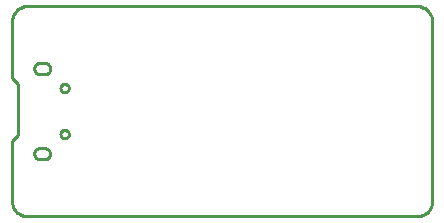
<source format=gbr>
G04 EAGLE Gerber RS-274X export*
G75*
%MOMM*%
%FSLAX34Y34*%
%LPD*%
%IN*%
%IPPOS*%
%AMOC8*
5,1,8,0,0,1.08239X$1,22.5*%
G01*
%ADD10C,0.254000*%


D10*
X0Y12700D02*
X48Y11593D01*
X193Y10495D01*
X433Y9413D01*
X766Y8356D01*
X1190Y7333D01*
X1701Y6350D01*
X2297Y5416D01*
X2971Y4537D01*
X3720Y3720D01*
X4537Y2971D01*
X5416Y2297D01*
X6350Y1701D01*
X7333Y1190D01*
X8356Y766D01*
X9413Y433D01*
X10495Y193D01*
X11593Y48D01*
X12700Y0D01*
X342900Y0D01*
X344007Y48D01*
X345105Y193D01*
X346187Y433D01*
X347244Y766D01*
X348267Y1190D01*
X349250Y1701D01*
X350184Y2297D01*
X351063Y2971D01*
X351880Y3720D01*
X352629Y4537D01*
X353303Y5416D01*
X353899Y6350D01*
X354410Y7333D01*
X354834Y8356D01*
X355167Y9413D01*
X355407Y10495D01*
X355552Y11593D01*
X355600Y12700D01*
X355600Y165100D01*
X355552Y166207D01*
X355407Y167305D01*
X355167Y168387D01*
X354834Y169444D01*
X354410Y170467D01*
X353899Y171450D01*
X353303Y172384D01*
X352629Y173263D01*
X351880Y174080D01*
X351063Y174829D01*
X350184Y175503D01*
X349250Y176099D01*
X348267Y176610D01*
X347244Y177034D01*
X346187Y177367D01*
X345105Y177607D01*
X344007Y177752D01*
X342900Y177800D01*
X12700Y177800D01*
X11593Y177752D01*
X10495Y177607D01*
X9413Y177367D01*
X8356Y177034D01*
X7333Y176610D01*
X6350Y176099D01*
X5416Y175503D01*
X4537Y174829D01*
X3720Y174080D01*
X2971Y173263D01*
X2297Y172384D01*
X1701Y171450D01*
X1190Y170467D01*
X766Y169444D01*
X433Y168387D01*
X193Y167305D01*
X48Y166207D01*
X0Y165100D01*
X0Y116840D01*
X5080Y111760D01*
X5080Y68580D01*
X0Y63500D01*
X0Y12700D01*
X18950Y52900D02*
X18922Y52549D01*
X18924Y52198D01*
X18957Y51848D01*
X19020Y51502D01*
X19113Y51163D01*
X19236Y50833D01*
X19387Y50515D01*
X19564Y50212D01*
X19768Y49925D01*
X19996Y49657D01*
X20246Y49410D01*
X20517Y49186D01*
X20806Y48986D01*
X21112Y48812D01*
X21432Y48666D01*
X21763Y48548D01*
X22103Y48459D01*
X22450Y48400D01*
X28450Y48400D01*
X28797Y48459D01*
X29137Y48548D01*
X29468Y48666D01*
X29788Y48812D01*
X30094Y48986D01*
X30383Y49186D01*
X30654Y49410D01*
X30904Y49657D01*
X31132Y49925D01*
X31336Y50212D01*
X31513Y50515D01*
X31664Y50833D01*
X31787Y51163D01*
X31880Y51502D01*
X31943Y51848D01*
X31976Y52198D01*
X31978Y52549D01*
X31950Y52900D01*
X31978Y53251D01*
X31976Y53602D01*
X31943Y53952D01*
X31880Y54298D01*
X31787Y54637D01*
X31664Y54967D01*
X31513Y55285D01*
X31336Y55588D01*
X31132Y55875D01*
X30904Y56143D01*
X30654Y56390D01*
X30383Y56614D01*
X30094Y56814D01*
X29788Y56988D01*
X29468Y57134D01*
X29137Y57252D01*
X28797Y57341D01*
X28450Y57400D01*
X22450Y57400D01*
X22103Y57341D01*
X21763Y57252D01*
X21432Y57134D01*
X21112Y56988D01*
X20806Y56814D01*
X20517Y56614D01*
X20246Y56390D01*
X19996Y56143D01*
X19768Y55875D01*
X19564Y55588D01*
X19387Y55285D01*
X19236Y54967D01*
X19113Y54637D01*
X19020Y54298D01*
X18957Y53952D01*
X18924Y53602D01*
X18922Y53251D01*
X18950Y52900D01*
X18950Y123900D02*
X18986Y123574D01*
X19050Y123253D01*
X19142Y122938D01*
X19262Y122633D01*
X19407Y122339D01*
X19577Y122059D01*
X19772Y121794D01*
X19988Y121548D01*
X20225Y121322D01*
X20481Y121117D01*
X20754Y120935D01*
X21042Y120777D01*
X21342Y120646D01*
X21652Y120541D01*
X21971Y120463D01*
X22295Y120414D01*
X22622Y120392D01*
X22950Y120400D01*
X28450Y120400D01*
X28755Y120413D01*
X29058Y120453D01*
X29356Y120519D01*
X29647Y120611D01*
X29929Y120728D01*
X30200Y120869D01*
X30458Y121033D01*
X30700Y121219D01*
X30925Y121425D01*
X31131Y121650D01*
X31317Y121892D01*
X31481Y122150D01*
X31622Y122421D01*
X31739Y122703D01*
X31831Y122994D01*
X31897Y123292D01*
X31937Y123595D01*
X31950Y123900D01*
X31950Y125900D01*
X31937Y126205D01*
X31897Y126508D01*
X31831Y126806D01*
X31739Y127097D01*
X31622Y127379D01*
X31481Y127650D01*
X31317Y127908D01*
X31131Y128150D01*
X30925Y128375D01*
X30700Y128581D01*
X30458Y128767D01*
X30200Y128931D01*
X29929Y129072D01*
X29647Y129189D01*
X29356Y129281D01*
X29058Y129347D01*
X28755Y129387D01*
X28450Y129400D01*
X22950Y129400D01*
X22622Y129408D01*
X22295Y129386D01*
X21971Y129337D01*
X21652Y129259D01*
X21342Y129154D01*
X21042Y129023D01*
X20754Y128865D01*
X20481Y128683D01*
X20225Y128478D01*
X19988Y128252D01*
X19772Y128006D01*
X19577Y127742D01*
X19407Y127461D01*
X19262Y127168D01*
X19142Y126862D01*
X19050Y126547D01*
X18986Y126226D01*
X18950Y125900D01*
X18950Y123900D01*
X44221Y104900D02*
X43766Y104960D01*
X43323Y105079D01*
X42899Y105254D01*
X42501Y105484D01*
X42137Y105763D01*
X41813Y106087D01*
X41534Y106451D01*
X41304Y106849D01*
X41129Y107273D01*
X41010Y107716D01*
X40950Y108171D01*
X40950Y108629D01*
X41010Y109084D01*
X41129Y109527D01*
X41304Y109951D01*
X41534Y110349D01*
X41813Y110713D01*
X42137Y111037D01*
X42501Y111316D01*
X42899Y111546D01*
X43323Y111721D01*
X43766Y111840D01*
X44221Y111900D01*
X44679Y111900D01*
X45134Y111840D01*
X45577Y111721D01*
X46001Y111546D01*
X46399Y111316D01*
X46763Y111037D01*
X47087Y110713D01*
X47366Y110349D01*
X47596Y109951D01*
X47771Y109527D01*
X47890Y109084D01*
X47950Y108629D01*
X47950Y108171D01*
X47890Y107716D01*
X47771Y107273D01*
X47596Y106849D01*
X47366Y106451D01*
X47087Y106087D01*
X46763Y105763D01*
X46399Y105484D01*
X46001Y105254D01*
X45577Y105079D01*
X45134Y104960D01*
X44679Y104900D01*
X44221Y104900D01*
X44221Y65900D02*
X43766Y65960D01*
X43323Y66079D01*
X42899Y66254D01*
X42501Y66484D01*
X42137Y66763D01*
X41813Y67087D01*
X41534Y67451D01*
X41304Y67849D01*
X41129Y68273D01*
X41010Y68716D01*
X40950Y69171D01*
X40950Y69629D01*
X41010Y70084D01*
X41129Y70527D01*
X41304Y70951D01*
X41534Y71349D01*
X41813Y71713D01*
X42137Y72037D01*
X42501Y72316D01*
X42899Y72546D01*
X43323Y72721D01*
X43766Y72840D01*
X44221Y72900D01*
X44679Y72900D01*
X45134Y72840D01*
X45577Y72721D01*
X46001Y72546D01*
X46399Y72316D01*
X46763Y72037D01*
X47087Y71713D01*
X47366Y71349D01*
X47596Y70951D01*
X47771Y70527D01*
X47890Y70084D01*
X47950Y69629D01*
X47950Y69171D01*
X47890Y68716D01*
X47771Y68273D01*
X47596Y67849D01*
X47366Y67451D01*
X47087Y67087D01*
X46763Y66763D01*
X46399Y66484D01*
X46001Y66254D01*
X45577Y66079D01*
X45134Y65960D01*
X44679Y65900D01*
X44221Y65900D01*
M02*

</source>
